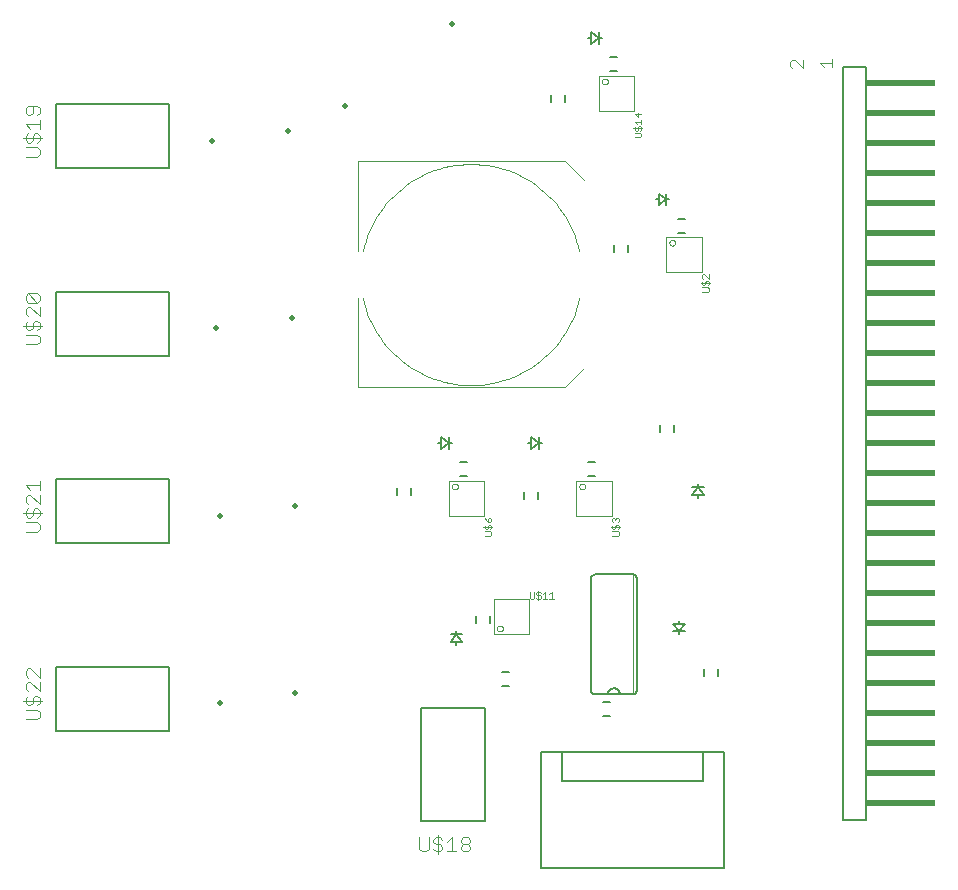
<source format=gto>
G75*
G70*
%OFA0B0*%
%FSLAX24Y24*%
%IPPOS*%
%LPD*%
%AMOC8*
5,1,8,0,0,1.08239X$1,22.5*
%
%ADD10C,0.0060*%
%ADD11C,0.0020*%
%ADD12C,0.0000*%
%ADD13C,0.0005*%
%ADD14C,0.0040*%
%ADD15C,0.0197*%
%ADD16C,0.0080*%
%ADD17C,0.0050*%
%ADD18C,0.0030*%
%ADD19R,0.2303X0.0200*%
D10*
X024414Y014032D02*
X024414Y014268D01*
X024886Y014268D02*
X024886Y014032D01*
X026532Y014664D02*
X026768Y014664D01*
X026768Y015136D02*
X026532Y015136D01*
X028664Y014143D02*
X028664Y013907D01*
X029136Y013907D02*
X029136Y014143D01*
X030782Y014664D02*
X031018Y014664D01*
X031018Y015136D02*
X030782Y015136D01*
X033186Y016151D02*
X033186Y016387D01*
X033659Y016387D02*
X033659Y016151D01*
X032270Y011400D02*
X031030Y011400D01*
X031007Y011398D01*
X030984Y011393D01*
X030962Y011384D01*
X030942Y011371D01*
X030924Y011356D01*
X030909Y011338D01*
X030896Y011318D01*
X030887Y011296D01*
X030882Y011273D01*
X030880Y011250D01*
X030880Y007550D01*
X030882Y007527D01*
X030887Y007504D01*
X030896Y007482D01*
X030909Y007462D01*
X030924Y007444D01*
X030942Y007429D01*
X030962Y007416D01*
X030984Y007407D01*
X031007Y007402D01*
X031030Y007400D01*
X031450Y007400D01*
X031850Y007400D01*
X032270Y007400D01*
X032293Y007402D01*
X032316Y007407D01*
X032338Y007416D01*
X032358Y007429D01*
X032376Y007444D01*
X032391Y007462D01*
X032404Y007482D01*
X032413Y007504D01*
X032418Y007527D01*
X032420Y007550D01*
X032420Y011250D01*
X032418Y011273D01*
X032413Y011296D01*
X032404Y011318D01*
X032391Y011338D01*
X032376Y011356D01*
X032358Y011371D01*
X032338Y011384D01*
X032316Y011393D01*
X032293Y011398D01*
X032270Y011400D01*
X034639Y008243D02*
X034639Y008007D01*
X035111Y008007D02*
X035111Y008243D01*
X031850Y007400D02*
X031848Y007427D01*
X031843Y007454D01*
X031833Y007480D01*
X031821Y007504D01*
X031805Y007526D01*
X031787Y007546D01*
X031765Y007563D01*
X031742Y007578D01*
X031717Y007588D01*
X031691Y007596D01*
X031664Y007600D01*
X031636Y007600D01*
X031609Y007596D01*
X031583Y007588D01*
X031558Y007578D01*
X031535Y007563D01*
X031513Y007546D01*
X031495Y007526D01*
X031479Y007504D01*
X031467Y007480D01*
X031457Y007454D01*
X031452Y007427D01*
X031450Y007400D01*
X031518Y007136D02*
X031282Y007136D01*
X031282Y006664D02*
X031518Y006664D01*
X028143Y007664D02*
X027907Y007664D01*
X027907Y008136D02*
X028143Y008136D01*
X027511Y009782D02*
X027511Y010018D01*
X027039Y010018D02*
X027039Y009782D01*
X031664Y022157D02*
X031664Y022393D01*
X032136Y022393D02*
X032136Y022157D01*
X033782Y022789D02*
X034018Y022789D01*
X034018Y023261D02*
X033782Y023261D01*
X030011Y027157D02*
X030011Y027393D01*
X029539Y027393D02*
X029539Y027157D01*
X031532Y028164D02*
X031768Y028164D01*
X031768Y028636D02*
X031532Y028636D01*
D11*
X032341Y026743D02*
X032451Y026633D01*
X032451Y026780D01*
X032561Y026743D02*
X032341Y026743D01*
X032341Y026485D02*
X032561Y026485D01*
X032561Y026412D02*
X032561Y026559D01*
X032414Y026412D02*
X032341Y026485D01*
X032378Y026338D02*
X032341Y026301D01*
X032341Y026228D01*
X032378Y026191D01*
X032414Y026191D01*
X032451Y026228D01*
X032451Y026301D01*
X032488Y026338D01*
X032524Y026338D01*
X032561Y026301D01*
X032561Y026228D01*
X032524Y026191D01*
X032524Y026117D02*
X032341Y026117D01*
X032341Y025970D02*
X032524Y025970D01*
X032561Y026007D01*
X032561Y026080D01*
X032524Y026117D01*
X032598Y026264D02*
X032304Y026264D01*
X034628Y021405D02*
X034591Y021368D01*
X034591Y021295D01*
X034628Y021258D01*
X034628Y021184D02*
X034591Y021147D01*
X034591Y021074D01*
X034628Y021037D01*
X034664Y021037D01*
X034701Y021074D01*
X034701Y021147D01*
X034738Y021184D01*
X034774Y021184D01*
X034811Y021147D01*
X034811Y021074D01*
X034774Y021037D01*
X034774Y020963D02*
X034591Y020963D01*
X034591Y020816D02*
X034774Y020816D01*
X034811Y020853D01*
X034811Y020926D01*
X034774Y020963D01*
X034848Y021110D02*
X034554Y021110D01*
X034811Y021258D02*
X034664Y021405D01*
X034628Y021405D01*
X034811Y021405D02*
X034811Y021258D01*
X031774Y013280D02*
X031811Y013243D01*
X031811Y013170D01*
X031774Y013133D01*
X031774Y013059D02*
X031738Y013059D01*
X031701Y013022D01*
X031701Y012949D01*
X031664Y012912D01*
X031628Y012912D01*
X031591Y012949D01*
X031591Y013022D01*
X031628Y013059D01*
X031628Y013133D02*
X031591Y013170D01*
X031591Y013243D01*
X031628Y013280D01*
X031664Y013280D01*
X031701Y013243D01*
X031738Y013280D01*
X031774Y013280D01*
X031701Y013243D02*
X031701Y013206D01*
X031774Y013059D02*
X031811Y013022D01*
X031811Y012949D01*
X031774Y012912D01*
X031774Y012838D02*
X031591Y012838D01*
X031591Y012691D02*
X031774Y012691D01*
X031811Y012728D01*
X031811Y012801D01*
X031774Y012838D01*
X031848Y012985D02*
X031554Y012985D01*
X032280Y011400D02*
X032280Y007400D01*
X029651Y010591D02*
X029504Y010591D01*
X029577Y010591D02*
X029577Y010811D01*
X029504Y010738D01*
X029430Y010591D02*
X029283Y010591D01*
X029356Y010591D02*
X029356Y010811D01*
X029283Y010738D01*
X029209Y010775D02*
X029172Y010811D01*
X029099Y010811D01*
X029062Y010775D01*
X029062Y010738D01*
X029099Y010701D01*
X029172Y010701D01*
X029209Y010664D01*
X029209Y010628D01*
X029172Y010591D01*
X029099Y010591D01*
X029062Y010628D01*
X028988Y010628D02*
X028988Y010811D01*
X028841Y010811D02*
X028841Y010628D01*
X028878Y010591D01*
X028951Y010591D01*
X028988Y010628D01*
X029135Y010554D02*
X029135Y010848D01*
X027524Y012691D02*
X027561Y012728D01*
X027561Y012801D01*
X027524Y012838D01*
X027341Y012838D01*
X027378Y012912D02*
X027341Y012949D01*
X027341Y013022D01*
X027378Y013059D01*
X027451Y013022D02*
X027451Y012949D01*
X027414Y012912D01*
X027378Y012912D01*
X027304Y012985D02*
X027598Y012985D01*
X027561Y012949D02*
X027561Y013022D01*
X027524Y013059D01*
X027488Y013059D01*
X027451Y013022D01*
X027451Y013133D02*
X027451Y013243D01*
X027488Y013280D01*
X027524Y013280D01*
X027561Y013243D01*
X027561Y013170D01*
X027524Y013133D01*
X027451Y013133D01*
X027378Y013206D01*
X027341Y013280D01*
X027561Y012949D02*
X027524Y012912D01*
X027524Y012691D02*
X027341Y012691D01*
D12*
X027331Y013344D02*
X026150Y013344D01*
X026150Y014525D01*
X027331Y014525D01*
X027331Y013344D01*
X030400Y013344D02*
X030400Y014525D01*
X031581Y014525D01*
X031581Y013344D01*
X030400Y013344D01*
X028831Y010581D02*
X027650Y010581D01*
X027650Y009400D01*
X028831Y009400D01*
X028831Y010581D01*
X033400Y021469D02*
X033400Y022650D01*
X034581Y022650D01*
X034581Y021469D01*
X033400Y021469D01*
X032331Y026844D02*
X031150Y026844D01*
X031150Y028025D01*
X032331Y028025D01*
X032331Y026844D01*
D13*
X031249Y027828D02*
X031251Y027847D01*
X031256Y027866D01*
X031266Y027882D01*
X031278Y027897D01*
X031293Y027909D01*
X031309Y027919D01*
X031328Y027924D01*
X031347Y027926D01*
X031366Y027924D01*
X031385Y027919D01*
X031401Y027909D01*
X031416Y027897D01*
X031428Y027882D01*
X031438Y027866D01*
X031443Y027847D01*
X031445Y027828D01*
X031443Y027809D01*
X031438Y027790D01*
X031428Y027774D01*
X031416Y027759D01*
X031401Y027747D01*
X031385Y027737D01*
X031366Y027732D01*
X031347Y027730D01*
X031328Y027732D01*
X031309Y027737D01*
X031293Y027747D01*
X031278Y027759D01*
X031266Y027774D01*
X031256Y027790D01*
X031251Y027809D01*
X031249Y027828D01*
X033499Y022453D02*
X033501Y022472D01*
X033506Y022491D01*
X033516Y022507D01*
X033528Y022522D01*
X033543Y022534D01*
X033559Y022544D01*
X033578Y022549D01*
X033597Y022551D01*
X033616Y022549D01*
X033635Y022544D01*
X033651Y022534D01*
X033666Y022522D01*
X033678Y022507D01*
X033688Y022491D01*
X033693Y022472D01*
X033695Y022453D01*
X033693Y022434D01*
X033688Y022415D01*
X033678Y022399D01*
X033666Y022384D01*
X033651Y022372D01*
X033635Y022362D01*
X033616Y022357D01*
X033597Y022355D01*
X033578Y022357D01*
X033559Y022362D01*
X033543Y022372D01*
X033528Y022384D01*
X033516Y022399D01*
X033506Y022415D01*
X033501Y022434D01*
X033499Y022453D01*
X030499Y014328D02*
X030501Y014347D01*
X030506Y014366D01*
X030516Y014382D01*
X030528Y014397D01*
X030543Y014409D01*
X030559Y014419D01*
X030578Y014424D01*
X030597Y014426D01*
X030616Y014424D01*
X030635Y014419D01*
X030651Y014409D01*
X030666Y014397D01*
X030678Y014382D01*
X030688Y014366D01*
X030693Y014347D01*
X030695Y014328D01*
X030693Y014309D01*
X030688Y014290D01*
X030678Y014274D01*
X030666Y014259D01*
X030651Y014247D01*
X030635Y014237D01*
X030616Y014232D01*
X030597Y014230D01*
X030578Y014232D01*
X030559Y014237D01*
X030543Y014247D01*
X030528Y014259D01*
X030516Y014274D01*
X030506Y014290D01*
X030501Y014309D01*
X030499Y014328D01*
X026249Y014328D02*
X026251Y014347D01*
X026256Y014366D01*
X026266Y014382D01*
X026278Y014397D01*
X026293Y014409D01*
X026309Y014419D01*
X026328Y014424D01*
X026347Y014426D01*
X026366Y014424D01*
X026385Y014419D01*
X026401Y014409D01*
X026416Y014397D01*
X026428Y014382D01*
X026438Y014366D01*
X026443Y014347D01*
X026445Y014328D01*
X026443Y014309D01*
X026438Y014290D01*
X026428Y014274D01*
X026416Y014259D01*
X026401Y014247D01*
X026385Y014237D01*
X026366Y014232D01*
X026347Y014230D01*
X026328Y014232D01*
X026309Y014237D01*
X026293Y014247D01*
X026278Y014259D01*
X026266Y014274D01*
X026256Y014290D01*
X026251Y014309D01*
X026249Y014328D01*
X027749Y009597D02*
X027751Y009616D01*
X027756Y009635D01*
X027766Y009651D01*
X027778Y009666D01*
X027793Y009678D01*
X027809Y009688D01*
X027828Y009693D01*
X027847Y009695D01*
X027866Y009693D01*
X027885Y009688D01*
X027901Y009678D01*
X027916Y009666D01*
X027928Y009651D01*
X027938Y009635D01*
X027943Y009616D01*
X027945Y009597D01*
X027943Y009578D01*
X027938Y009559D01*
X027928Y009543D01*
X027916Y009528D01*
X027901Y009516D01*
X027885Y009506D01*
X027866Y009501D01*
X027847Y009499D01*
X027828Y009501D01*
X027809Y009506D01*
X027793Y009516D01*
X027778Y009528D01*
X027766Y009543D01*
X027756Y009559D01*
X027751Y009578D01*
X027749Y009597D01*
D14*
X012428Y006578D02*
X012045Y006578D01*
X012045Y006885D02*
X012428Y006885D01*
X012505Y006809D01*
X012505Y006655D01*
X012428Y006578D01*
X012428Y007039D02*
X012505Y007116D01*
X012505Y007269D01*
X012428Y007346D01*
X012352Y007346D01*
X012275Y007269D01*
X012275Y007116D01*
X012198Y007039D01*
X012121Y007039D01*
X012045Y007116D01*
X012045Y007269D01*
X012121Y007346D01*
X012121Y007499D02*
X012045Y007576D01*
X012045Y007729D01*
X012121Y007806D01*
X012198Y007806D01*
X012505Y007499D01*
X012505Y007806D01*
X012505Y007960D02*
X012198Y008267D01*
X012121Y008267D01*
X012045Y008190D01*
X012045Y008036D01*
X012121Y007960D01*
X012505Y007960D02*
X012505Y008267D01*
X012582Y007192D02*
X011968Y007192D01*
X012045Y012828D02*
X012428Y012828D01*
X012505Y012905D01*
X012505Y013059D01*
X012428Y013135D01*
X012045Y013135D01*
X012121Y013289D02*
X012045Y013366D01*
X012045Y013519D01*
X012121Y013596D01*
X012121Y013749D02*
X012045Y013826D01*
X012045Y013979D01*
X012121Y014056D01*
X012198Y014056D01*
X012505Y013749D01*
X012505Y014056D01*
X012505Y014210D02*
X012505Y014517D01*
X012505Y014363D02*
X012045Y014363D01*
X012198Y014210D01*
X012352Y013596D02*
X012275Y013519D01*
X012275Y013366D01*
X012198Y013289D01*
X012121Y013289D01*
X011968Y013442D02*
X012582Y013442D01*
X012505Y013366D02*
X012505Y013519D01*
X012428Y013596D01*
X012352Y013596D01*
X012505Y013366D02*
X012428Y013289D01*
X012428Y019078D02*
X012045Y019078D01*
X012045Y019385D02*
X012428Y019385D01*
X012505Y019309D01*
X012505Y019155D01*
X012428Y019078D01*
X012428Y019539D02*
X012505Y019616D01*
X012505Y019769D01*
X012428Y019846D01*
X012352Y019846D01*
X012275Y019769D01*
X012275Y019616D01*
X012198Y019539D01*
X012121Y019539D01*
X012045Y019616D01*
X012045Y019769D01*
X012121Y019846D01*
X012121Y019999D02*
X012045Y020076D01*
X012045Y020229D01*
X012121Y020306D01*
X012198Y020306D01*
X012505Y019999D01*
X012505Y020306D01*
X012428Y020460D02*
X012121Y020460D01*
X012045Y020536D01*
X012045Y020690D01*
X012121Y020767D01*
X012428Y020460D01*
X012505Y020536D01*
X012505Y020690D01*
X012428Y020767D01*
X012121Y020767D01*
X011968Y019692D02*
X012582Y019692D01*
X012428Y025328D02*
X012045Y025328D01*
X012045Y025635D02*
X012428Y025635D01*
X012505Y025559D01*
X012505Y025405D01*
X012428Y025328D01*
X012428Y025789D02*
X012505Y025866D01*
X012505Y026019D01*
X012428Y026096D01*
X012352Y026096D01*
X012275Y026019D01*
X012275Y025866D01*
X012198Y025789D01*
X012121Y025789D01*
X012045Y025866D01*
X012045Y026019D01*
X012121Y026096D01*
X012198Y026249D02*
X012045Y026403D01*
X012505Y026403D01*
X012505Y026556D02*
X012505Y026249D01*
X012582Y025942D02*
X011968Y025942D01*
X012121Y026710D02*
X012198Y026710D01*
X012275Y026786D01*
X012275Y027017D01*
X012428Y027017D02*
X012121Y027017D01*
X012045Y026940D01*
X012045Y026786D01*
X012121Y026710D01*
X012428Y026710D02*
X012505Y026786D01*
X012505Y026940D01*
X012428Y027017D01*
X023130Y025162D02*
X023130Y022180D01*
X023130Y020605D02*
X023130Y017642D01*
X030030Y017642D01*
X030650Y018262D01*
X030492Y022179D02*
X030450Y022352D01*
X030399Y022523D01*
X030339Y022692D01*
X030272Y022857D01*
X030197Y023019D01*
X030114Y023176D01*
X030023Y023330D01*
X029925Y023479D01*
X029820Y023624D01*
X029709Y023763D01*
X029590Y023896D01*
X029466Y024024D01*
X029335Y024145D01*
X029199Y024260D01*
X029057Y024368D01*
X028910Y024470D01*
X028758Y024564D01*
X028602Y024650D01*
X028443Y024729D01*
X028279Y024801D01*
X028112Y024864D01*
X027942Y024919D01*
X027770Y024966D01*
X027596Y025004D01*
X027420Y025034D01*
X027243Y025056D01*
X027065Y025069D01*
X026887Y025073D01*
X026709Y025069D01*
X026531Y025056D01*
X026354Y025034D01*
X026178Y025004D01*
X026004Y024966D01*
X025832Y024919D01*
X025662Y024864D01*
X025495Y024801D01*
X025331Y024729D01*
X025172Y024650D01*
X025016Y024564D01*
X024864Y024470D01*
X024717Y024368D01*
X024575Y024260D01*
X024439Y024145D01*
X024308Y024024D01*
X024184Y023896D01*
X024065Y023763D01*
X023954Y023624D01*
X023849Y023479D01*
X023751Y023330D01*
X023660Y023176D01*
X023577Y023019D01*
X023502Y022857D01*
X023435Y022692D01*
X023375Y022523D01*
X023324Y022352D01*
X023282Y022179D01*
X023130Y025162D02*
X030030Y025162D01*
X030650Y024542D01*
X030492Y020605D02*
X030450Y020432D01*
X030399Y020261D01*
X030339Y020092D01*
X030272Y019927D01*
X030197Y019765D01*
X030114Y019608D01*
X030023Y019454D01*
X029925Y019305D01*
X029820Y019160D01*
X029709Y019021D01*
X029590Y018888D01*
X029466Y018760D01*
X029335Y018639D01*
X029199Y018524D01*
X029057Y018416D01*
X028910Y018314D01*
X028758Y018220D01*
X028602Y018134D01*
X028443Y018055D01*
X028279Y017983D01*
X028112Y017920D01*
X027942Y017865D01*
X027770Y017818D01*
X027596Y017780D01*
X027420Y017750D01*
X027243Y017728D01*
X027065Y017715D01*
X026887Y017711D01*
X026709Y017715D01*
X026531Y017728D01*
X026354Y017750D01*
X026178Y017780D01*
X026004Y017818D01*
X025832Y017865D01*
X025662Y017920D01*
X025495Y017983D01*
X025331Y018055D01*
X025172Y018134D01*
X025016Y018220D01*
X024864Y018314D01*
X024717Y018416D01*
X024575Y018524D01*
X024439Y018639D01*
X024308Y018760D01*
X024184Y018888D01*
X024065Y019021D01*
X023954Y019160D01*
X023849Y019305D01*
X023751Y019454D01*
X023660Y019608D01*
X023577Y019765D01*
X023502Y019927D01*
X023435Y020092D01*
X023375Y020261D01*
X023324Y020432D01*
X023282Y020605D01*
X025784Y002707D02*
X025784Y002093D01*
X025861Y002170D02*
X025937Y002247D01*
X025937Y002323D01*
X025861Y002400D01*
X025707Y002400D01*
X025630Y002477D01*
X025630Y002554D01*
X025707Y002630D01*
X025861Y002630D01*
X025937Y002554D01*
X026091Y002477D02*
X026244Y002630D01*
X026244Y002170D01*
X026091Y002170D02*
X026398Y002170D01*
X026551Y002247D02*
X026628Y002170D01*
X026781Y002170D01*
X026858Y002247D01*
X026858Y002323D01*
X026781Y002400D01*
X026628Y002400D01*
X026551Y002477D01*
X026551Y002554D01*
X026628Y002630D01*
X026781Y002630D01*
X026858Y002554D01*
X026858Y002477D01*
X026781Y002400D01*
X026628Y002400D02*
X026551Y002323D01*
X026551Y002247D01*
X025861Y002170D02*
X025707Y002170D01*
X025630Y002247D01*
X025477Y002247D02*
X025400Y002170D01*
X025247Y002170D01*
X025170Y002247D01*
X025170Y002630D01*
X025477Y002630D02*
X025477Y002247D01*
D15*
X021035Y007442D03*
X018515Y007108D03*
X018515Y013358D03*
X021035Y013692D03*
X018390Y019608D03*
X020910Y019942D03*
X018265Y025858D03*
X020785Y026192D03*
X022692Y027015D03*
X026265Y029733D03*
D16*
X016828Y027063D02*
X016828Y024937D01*
X013049Y024937D01*
X013049Y027063D01*
X016828Y027063D01*
X016828Y020813D02*
X013049Y020813D01*
X013049Y018687D01*
X016828Y018687D01*
X016828Y020813D01*
X016828Y014563D02*
X013049Y014563D01*
X013049Y012437D01*
X016828Y012437D01*
X016828Y014563D01*
X016828Y008313D02*
X013049Y008313D01*
X013049Y006187D01*
X016828Y006187D01*
X016828Y008313D01*
X025237Y006953D02*
X025237Y003174D01*
X027363Y003174D01*
X027363Y006953D01*
X025237Y006953D01*
X029226Y005474D02*
X029226Y001625D01*
X035334Y001625D01*
X035334Y005474D01*
X034625Y005474D01*
X034625Y004519D01*
X029934Y004519D01*
X029934Y005474D01*
X029226Y005474D01*
X029934Y005474D02*
X034625Y005474D01*
X039292Y003224D02*
X040056Y003224D01*
X040056Y028326D01*
X039292Y028326D01*
X039292Y003224D01*
D17*
X034013Y009500D02*
X033825Y009500D01*
X033825Y009404D01*
X033825Y009500D02*
X033637Y009500D01*
X033825Y009500D02*
X033637Y009750D01*
X033825Y009750D01*
X033825Y009846D01*
X033825Y009750D02*
X034013Y009750D01*
X033825Y009500D01*
X034453Y013960D02*
X034453Y014056D01*
X034640Y014056D01*
X034453Y014306D01*
X034453Y014402D01*
X034453Y014306D02*
X034640Y014306D01*
X034453Y014306D02*
X034265Y014306D01*
X034453Y014306D02*
X034265Y014056D01*
X034453Y014056D01*
X029246Y015775D02*
X029150Y015775D01*
X029150Y015587D01*
X029150Y015775D02*
X029150Y015963D01*
X029150Y015775D02*
X028900Y015587D01*
X028900Y015775D01*
X028804Y015775D01*
X028900Y015775D02*
X028900Y015963D01*
X029150Y015775D01*
X026246Y015775D02*
X026150Y015775D01*
X026150Y015587D01*
X026150Y015775D02*
X026150Y015963D01*
X026150Y015775D02*
X025900Y015587D01*
X025900Y015775D01*
X025804Y015775D01*
X025900Y015775D02*
X025900Y015963D01*
X026150Y015775D01*
X026400Y009496D02*
X026400Y009400D01*
X026588Y009400D01*
X026400Y009400D02*
X026212Y009400D01*
X026400Y009400D02*
X026212Y009150D01*
X026400Y009150D01*
X026400Y009054D01*
X026400Y009150D02*
X026588Y009150D01*
X026400Y009400D01*
X033150Y023712D02*
X033400Y023900D01*
X033496Y023900D01*
X033400Y023900D02*
X033400Y023712D01*
X033400Y023900D02*
X033400Y024088D01*
X033400Y023900D02*
X033150Y024088D01*
X033150Y023900D01*
X033054Y023900D01*
X033150Y023900D02*
X033150Y023712D01*
X031150Y029087D02*
X031150Y029275D01*
X031246Y029275D01*
X031150Y029275D02*
X031150Y029463D01*
X031150Y029275D02*
X030900Y029087D01*
X030900Y029275D01*
X030804Y029275D01*
X030900Y029275D02*
X030900Y029463D01*
X031150Y029275D01*
D18*
X037536Y028484D02*
X037536Y028349D01*
X037604Y028282D01*
X037536Y028484D02*
X037604Y028551D01*
X037671Y028551D01*
X037940Y028282D01*
X037940Y028551D01*
X038526Y028430D02*
X038661Y028296D01*
X038526Y028430D02*
X038930Y028430D01*
X038930Y028296D02*
X038930Y028565D01*
D19*
X041205Y027775D03*
X041205Y026775D03*
X041205Y025775D03*
X041205Y024775D03*
X041205Y023775D03*
X041205Y022775D03*
X041205Y021775D03*
X041205Y020775D03*
X041205Y019775D03*
X041205Y018775D03*
X041205Y017775D03*
X041205Y016775D03*
X041205Y015775D03*
X041205Y014775D03*
X041205Y013775D03*
X041205Y012775D03*
X041205Y011775D03*
X041205Y010775D03*
X041205Y009775D03*
X041205Y008775D03*
X041205Y007775D03*
X041205Y006775D03*
X041205Y005775D03*
X041205Y004775D03*
X041205Y003775D03*
M02*

</source>
